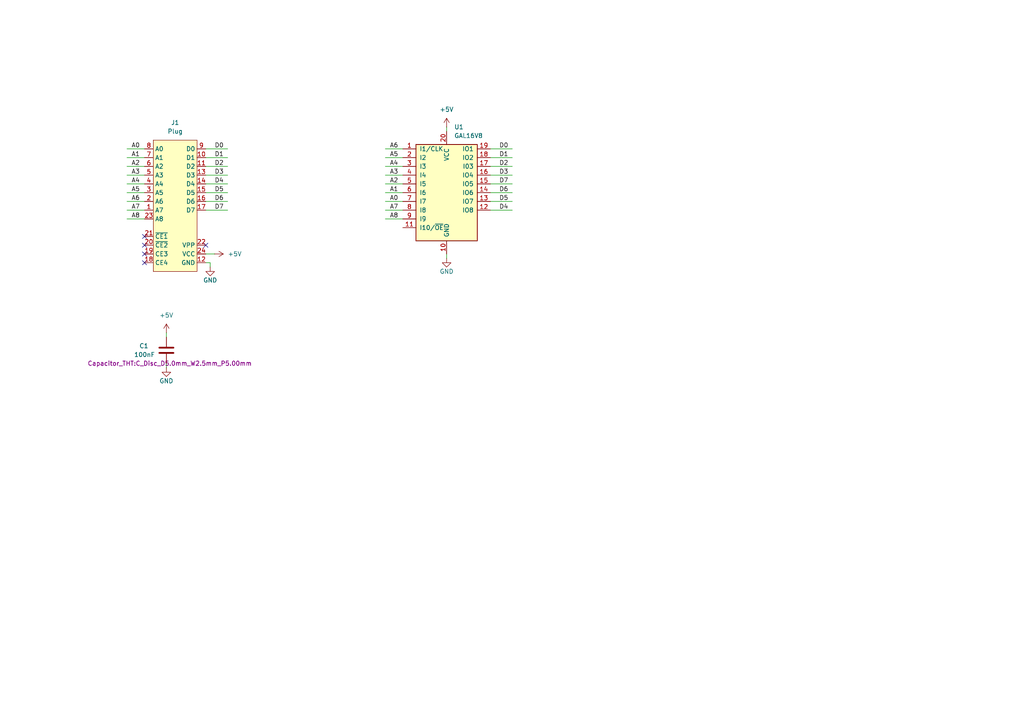
<source format=kicad_sch>
(kicad_sch (version 20231120) (generator "eeschema") (generator_version "8.0")
  (paper "A4")
  (lib_symbols
    (symbol "Device:C" (pin_numbers hide) (pin_names (offset 0.254))
      (property "Reference" "C" (at 0.635 2.54 0))
      (property "Value" "C" (at 0.635 -2.54 0))
      (symbol "C_0_1"
        (polyline (pts (xy -2.032 -0.762) (xy 2.032 -0.762)) (stroke (width 0.508)))
        (polyline (pts (xy -2.032 0.762) (xy 2.032 0.762)) (stroke (width 0.508)))
      )
      (symbol "C_1_1"
        (pin passive line (at 0 3.81 270) (length 2.794) (name "~") (number "1"))
        (pin passive line (at 0 -3.81 90) (length 2.794) (name "~") (number "2"))
      )
    )
    (symbol "Logic_Programmable:GAL16V8" (pin_names (offset 1.016))
      (property "Reference" "U" (at -8.89 16.51 0))
      (property "Value" "GAL16V8" (at 1.27 16.51 0))
      (symbol "GAL16V8_0_0"
        (pin power_in line (at 0 -17.78 90) (length 3.81) (name "GND") (number "10"))
        (pin power_in line (at 0 17.78 270) (length 3.81) (name "VCC") (number "20"))
      )
      (symbol "GAL16V8_0_1"
        (rectangle (start -8.89 13.97) (end 8.89 -13.97) (stroke (width 0.254)) (fill (type background)))
      )
      (symbol "GAL16V8_1_1"
        (pin input line (at -12.7 12.7 0) (length 3.81) (name "I1/CLK") (number "1"))
        (pin input line (at -12.7 -10.16 0) (length 3.81) (name "I10/~{OE}") (number "11"))
        (pin tri_state line (at 12.7 -5.08 180) (length 3.81) (name "IO8") (number "12"))
        (pin tri_state line (at 12.7 -2.54 180) (length 3.81) (name "IO7") (number "13"))
        (pin tri_state line (at 12.7 0 180) (length 3.81) (name "IO6") (number "14"))
        (pin tri_state line (at 12.7 2.54 180) (length 3.81) (name "IO5") (number "15"))
        (pin tri_state line (at 12.7 5.08 180) (length 3.81) (name "IO4") (number "16"))
        (pin tri_state line (at 12.7 7.62 180) (length 3.81) (name "I03") (number "17"))
        (pin tri_state line (at 12.7 10.16 180) (length 3.81) (name "IO2") (number "18"))
        (pin tri_state line (at 12.7 12.7 180) (length 3.81) (name "IO1") (number "19"))
        (pin input line (at -12.7 10.16 0) (length 3.81) (name "I2") (number "2"))
        (pin input line (at -12.7 7.62 0) (length 3.81) (name "I3") (number "3"))
        (pin input line (at -12.7 5.08 0) (length 3.81) (name "I4") (number "4"))
        (pin input line (at -12.7 2.54 0) (length 3.81) (name "I5") (number "5"))
        (pin input line (at -12.7 0 0) (length 3.81) (name "I6") (number "6"))
        (pin input line (at -12.7 -2.54 0) (length 3.81) (name "I7") (number "7"))
        (pin input line (at -12.7 -5.08 0) (length 3.81) (name "I8") (number "8"))
        (pin input line (at -12.7 -7.62 0) (length 3.81) (name "I9") (number "9"))
      )
    )
    (symbol "e800j_custom:74S474"
      (property "Reference" "U" (at 2.286 1.016 0))
      (symbol "74S474_1_1"
        (rectangle (start 0 0) (end 12.7 -38.1) (fill (type background)))
        (pin input line (at -2.54 -20.32 0) (length 2.54) (name "A7") (number "1"))
        (pin output line (at 15.24 -5.08 180) (length 2.54) (name "D1") (number "10"))
        (pin output line (at 15.24 -7.62 180) (length 2.54) (name "D2") (number "11"))
        (pin power_in line (at 15.24 -35.56 180) (length 2.54) (name "GND") (number "12"))
        (pin output line (at 15.24 -10.16 180) (length 2.54) (name "D3") (number "13"))
        (pin output line (at 15.24 -12.7 180) (length 2.54) (name "D4") (number "14"))
        (pin output line (at 15.24 -15.24 180) (length 2.54) (name "D5") (number "15"))
        (pin output line (at 15.24 -17.78 180) (length 2.54) (name "D6") (number "16"))
        (pin output line (at 15.24 -20.32 180) (length 2.54) (name "D7") (number "17"))
        (pin input line (at -2.54 -35.56 0) (length 2.54) (name "CE4") (number "18"))
        (pin input line (at -2.54 -33.02 0) (length 2.54) (name "CE3") (number "19"))
        (pin input line (at -2.54 -17.78 0) (length 2.54) (name "A6") (number "2"))
        (pin input line (at -2.54 -30.48 0) (length 2.54) (name "~{CE2}") (number "20"))
        (pin input line (at -2.54 -27.94 0) (length 2.54) (name "~{CE1}") (number "21"))
        (pin power_in line (at 15.24 -30.48 180) (length 2.54) (name "VPP") (number "22"))
        (pin input line (at -2.54 -22.86 0) (length 2.54) (name "A8") (number "23"))
        (pin power_in line (at 15.24 -33.02 180) (length 2.54) (name "VCC") (number "24"))
        (pin input line (at -2.54 -15.24 0) (length 2.54) (name "A5") (number "3"))
        (pin input line (at -2.54 -12.7 0) (length 2.54) (name "A4") (number "4"))
        (pin input line (at -2.54 -10.16 0) (length 2.54) (name "A3") (number "5"))
        (pin input line (at -2.54 -7.62 0) (length 2.54) (name "A2") (number "6"))
        (pin input line (at -2.54 -5.08 0) (length 2.54) (name "A1") (number "7"))
        (pin input line (at -2.54 -2.54 0) (length 2.54) (name "A0") (number "8"))
        (pin output line (at 15.24 -2.54 180) (length 2.54) (name "D0") (number "9"))
      )
    )
    (symbol "power:+5V" (power) (pin_numbers hide) (pin_names (offset 0) hide)
      (property "Value" "+5V" (at 0 3.556 0))
      (symbol "+5V_0_1"
        (polyline (pts (xy -0.762 1.27) (xy 0 2.54)))
        (polyline (pts (xy 0 0) (xy 0 2.54)))
        (polyline (pts (xy 0 2.54) (xy 0.762 1.27)))
      )
      (symbol "+5V_1_1"
        (pin power_in line (at 0 0 90) (length 0) (name "~") (number "1"))
      )
    )
    (symbol "power:GND" (power) (pin_numbers hide) (pin_names (offset 0) hide)
      (property "Value" "GND" (at 0 -3.81 0))
      (symbol "GND_0_1"
        (polyline (pts (xy 0 0) (xy 0 -1.27) (xy 1.27 -1.27) (xy 0 -2.54) (xy -1.27 -1.27) (xy 0 -1.27)))
      )
      (symbol "GND_1_1"
        (pin power_in line (at 0 0 270) (length 0) (name "~") (number "1"))
      )
    )
  )
  (no_connect (at 41.91 68.58))
  (no_connect (at 41.91 76.2))
  (no_connect (at 41.91 71.12))
  (no_connect (at 41.91 73.66))
  (no_connect (at 59.69 71.12))
  (wire (pts (xy 36.83 60.96) (xy 41.91 60.96)))
  (wire (pts (xy 129.54 36.83) (xy 129.54 38.1)))
  (wire (pts (xy 36.83 43.18) (xy 41.91 43.18)))
  (wire (pts (xy 111.76 50.8) (xy 116.84 50.8)))
  (wire (pts (xy 59.69 76.2) (xy 60.96 76.2)))
  (wire (pts (xy 142.24 48.26) (xy 148.59 48.26)))
  (wire (pts (xy 142.24 58.42) (xy 148.59 58.42)))
  (wire (pts (xy 142.24 45.72) (xy 148.59 45.72)))
  (wire (pts (xy 111.76 60.96) (xy 116.84 60.96)))
  (wire (pts (xy 36.83 55.88) (xy 41.91 55.88)))
  (wire (pts (xy 111.76 63.5) (xy 116.84 63.5)))
  (wire (pts (xy 59.69 55.88) (xy 66.04 55.88)))
  (wire (pts (xy 142.24 43.18) (xy 148.59 43.18)))
  (wire (pts (xy 129.54 73.66) (xy 129.54 74.93)))
  (wire (pts (xy 142.24 53.34) (xy 148.59 53.34)))
  (wire (pts (xy 111.76 45.72) (xy 116.84 45.72)))
  (wire (pts (xy 48.26 105.41) (xy 48.26 106.68)))
  (wire (pts (xy 59.69 43.18) (xy 66.04 43.18)))
  (wire (pts (xy 59.69 53.34) (xy 66.04 53.34)))
  (wire (pts (xy 111.76 55.88) (xy 116.84 55.88)))
  (wire (pts (xy 111.76 53.34) (xy 116.84 53.34)))
  (wire (pts (xy 59.69 50.8) (xy 66.04 50.8)))
  (wire (pts (xy 36.83 50.8) (xy 41.91 50.8)))
  (wire (pts (xy 111.76 43.18) (xy 116.84 43.18)))
  (wire (pts (xy 142.24 60.96) (xy 148.59 60.96)))
  (wire (pts (xy 111.76 48.26) (xy 116.84 48.26)))
  (wire (pts (xy 36.83 48.26) (xy 41.91 48.26)))
  (wire (pts (xy 36.83 58.42) (xy 41.91 58.42)))
  (wire (pts (xy 48.26 96.52) (xy 48.26 97.79)))
  (wire (pts (xy 59.69 60.96) (xy 66.04 60.96)))
  (wire (pts (xy 111.76 58.42) (xy 116.84 58.42)))
  (wire (pts (xy 142.24 50.8) (xy 148.59 50.8)))
  (wire (pts (xy 60.96 76.2) (xy 60.96 77.47)))
  (wire (pts (xy 59.69 73.66) (xy 62.23 73.66)))
  (wire (pts (xy 142.24 55.88) (xy 148.59 55.88)))
  (wire (pts (xy 36.83 45.72) (xy 41.91 45.72)))
  (wire (pts (xy 59.69 58.42) (xy 66.04 58.42)))
  (wire (pts (xy 59.69 48.26) (xy 66.04 48.26)))
  (wire (pts (xy 59.69 45.72) (xy 66.04 45.72)))
  (wire (pts (xy 36.83 63.5) (xy 41.91 63.5)))
  (wire (pts (xy 36.83 53.34) (xy 41.91 53.34)))
  (label "D5" (at 62.23 55.88 0))
  (label "A7" (at 38.1 60.96 0))
  (label "D4" (at 62.23 53.34 0))
  (label "D2" (at 62.23 48.26 0))
  (label "D1" (at 62.23 45.72 0))
  (label "D3" (at 62.23 50.8 0))
  (label "A0" (at 113.03 58.42 0))
  (label "A7" (at 113.03 60.96 0))
  (label "A4" (at 38.1 53.34 0))
  (label "A4" (at 113.03 48.26 0))
  (label "A0" (at 38.1 43.18 0))
  (label "A3" (at 113.03 50.8 0))
  (label "A5" (at 113.03 45.72 0))
  (label "D3" (at 144.78 50.8 0))
  (label "D7" (at 62.23 60.96 0))
  (label "A1" (at 38.1 45.72 0))
  (label "A8" (at 113.03 63.5 0))
  (label "D7" (at 144.78 53.34 0))
  (label "A8" (at 38.1 63.5 0))
  (label "D5" (at 144.78 58.42 0))
  (label "D6" (at 144.78 55.88 0))
  (label "A5" (at 38.1 55.88 0))
  (label "A3" (at 38.1 50.8 0))
  (label "D4" (at 144.78 60.96 0))
  (label "D2" (at 144.78 48.26 0))
  (label "D0" (at 144.78 43.18 0))
  (label "A6" (at 113.03 43.18 0))
  (label "A2" (at 38.1 48.26 0))
  (label "A1" (at 113.03 55.88 0))
  (label "A6" (at 38.1 58.42 0))
  (label "D1" (at 144.78 45.72 0))
  (label "A2" (at 113.03 53.34 0))
  (label "D6" (at 62.23 58.42 0))
  (label "D0" (at 62.23 43.18 0))
  (symbol (lib_id "power:+5V") (at 129.54 36.83 0) (unit 1)
    (property "Reference" "#PWR02" (effects (hide yes)))
    (property "Value" "+5V" (at 129.54 31.75 0))
    (property "Description" "Power symbol creates a global label with name \"+5V\"" (effects (hide yes)))
  )
  (symbol (lib_id "power:+5V") (at 62.23 73.66 270) (unit 1)
    (property "Reference" "#PWR04" (effects (hide yes)))
    (property "Value" "+5V" (at 66.04 73.6599 90) (effects (justify left)))
    (property "Description" "Power symbol creates a global label with name \"+5V\"" (effects (hide yes)))
  )
  (symbol (lib_id "power:GND") (at 60.96 77.47 0) (unit 1)
    (property "Reference" "#PWR03" (effects (hide yes)))
    (property "Value" "GND" (at 60.96 81.28 0))
    (property "Description" "Power symbol creates a global label with name \"GND\" , ground" (effects (hide yes)))
  )
  (symbol (lib_id "Device:C") (at 48.26 101.6 0) (unit 1)
    (property "Reference" "C1" (at 40.386 100.33 0) (effects (justify left)))
    (property "Value" "100nF" (at 38.862 102.87 0) (effects (justify left)))
    (property "Footprint" "Capacitor_THT:C_Disc_D5.0mm_W2.5mm_P5.00mm" (at 49.2252 105.41 0))
    (property "Description" "Unpolarized capacitor" (effects (hide yes)))
  )
  (symbol (lib_id "power:GND") (at 129.54 74.93 0) (unit 1)
    (property "Reference" "#PWR01" (effects (hide yes)))
    (property "Value" "GND" (at 129.54 78.74 0))
    (property "Description" "Power symbol creates a global label with name \"GND\" , ground" (effects (hide yes)))
  )
  (symbol (lib_id "power:GND") (at 48.26 106.68 0) (unit 1)
    (property "Reference" "#PWR06" (effects (hide yes)))
    (property "Value" "GND" (at 48.26 110.49 0))
    (property "Description" "Power symbol creates a global label with name \"GND\" , ground" (effects (hide yes)))
  )
  (symbol (lib_id "power:+5V") (at 48.26 96.52 0) (unit 1)
    (property "Reference" "#PWR05" (effects (hide yes)))
    (property "Value" "+5V" (at 48.26 91.44 0))
    (property "Description" "Power symbol creates a global label with name \"+5V\"" (effects (hide yes)))
  )
  (symbol (lib_id "Logic_Programmable:GAL16V8") (at 129.54 55.88 0) (unit 1)
    (property "Reference" "U1" (at 131.7341 36.83 0) (effects (justify left)))
    (property "Value" "GAL16V8" (at 131.7341 39.37 0) (effects (justify left)))
    (property "Footprint" "Package_DIP:DIP-20_W7.62mm" (effects (hide yes)))
    (property "Description" "Programmable Logic Array, DIP-20/SOIC-20/PLCC-20" (effects (hide yes)))
  )
  (symbol (lib_id "e800j_custom:74S474") (at 44.45 40.64 0) (unit 1)
    (property "Reference" "J1" (at 50.8 35.56 0))
    (property "Value" "Plug" (at 50.8 38.1 0))
    (property "Footprint" "addr_dec_gal:DIP-24_W15.24mm" (effects (hide yes)))
  )
)
</source>
